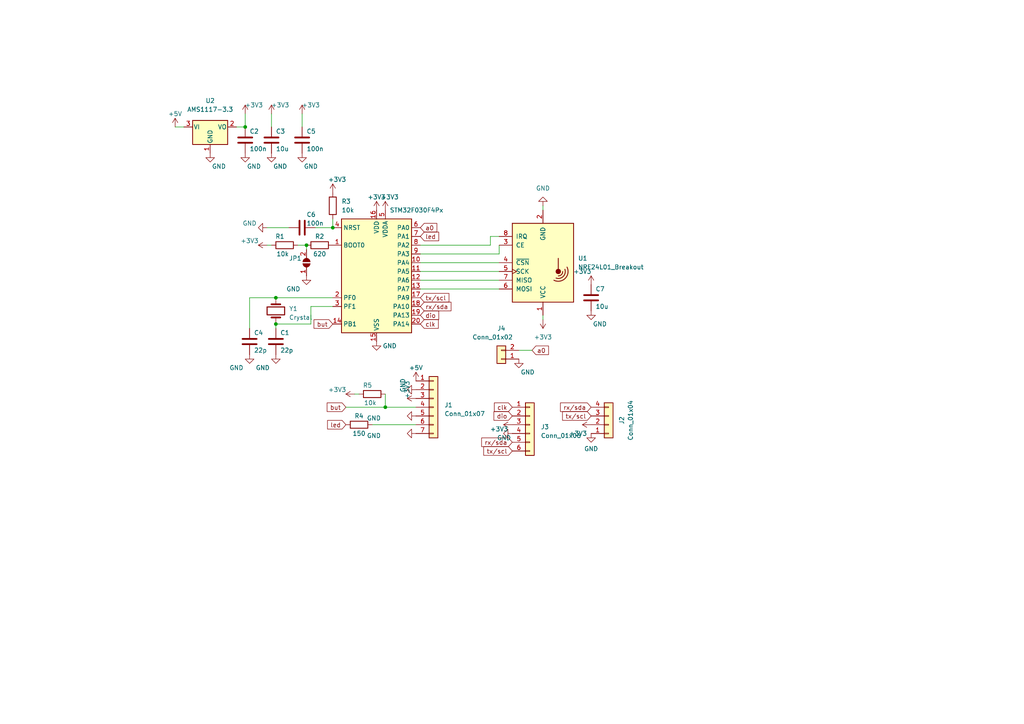
<source format=kicad_sch>
(kicad_sch (version 20230121) (generator eeschema)
  (paper "A4")
  (lib_symbols
    (symbol "Connector_Generic:Conn_01x02" (pin_names (offset 1.016) hide)
      (property "Reference" "J" (at 0 2.54 0))
      (property "Value" "Conn_01x02" (at 0 -5.08 0))
      (symbol "Conn_01x02_1_1"
        (rectangle (start -1.27 -2.413) (end 0 -2.667) (stroke (width 0.1524)))
        (rectangle (start -1.27 0.127) (end 0 -0.127) (stroke (width 0.1524)))
        (rectangle (start -1.27 1.27) (end 1.27 -3.81) (stroke (width 0.254)) (fill (type background)))
        (pin passive line (at -5.08 0 0) (length 3.81) (name "Pin_1") (number "1"))
        (pin passive line (at -5.08 -2.54 0) (length 3.81) (name "Pin_2") (number "2"))
      )
    )
    (symbol "Connector_Generic:Conn_01x04" (pin_names (offset 1.016) hide)
      (property "Reference" "J" (at 0 5.08 0))
      (property "Value" "Conn_01x04" (at 0 -7.62 0))
      (symbol "Conn_01x04_1_1"
        (rectangle (start -1.27 -4.953) (end 0 -5.207) (stroke (width 0.1524)))
        (rectangle (start -1.27 -2.413) (end 0 -2.667) (stroke (width 0.1524)))
        (rectangle (start -1.27 0.127) (end 0 -0.127) (stroke (width 0.1524)))
        (rectangle (start -1.27 2.667) (end 0 2.413) (stroke (width 0.1524)))
        (rectangle (start -1.27 3.81) (end 1.27 -6.35) (stroke (width 0.254)) (fill (type background)))
        (pin passive line (at -5.08 2.54 0) (length 3.81) (name "Pin_1") (number "1"))
        (pin passive line (at -5.08 0 0) (length 3.81) (name "Pin_2") (number "2"))
        (pin passive line (at -5.08 -2.54 0) (length 3.81) (name "Pin_3") (number "3"))
        (pin passive line (at -5.08 -5.08 0) (length 3.81) (name "Pin_4") (number "4"))
      )
    )
    (symbol "Connector_Generic:Conn_01x06" (pin_names (offset 1.016) hide)
      (property "Reference" "J" (at 0 7.62 0))
      (property "Value" "Conn_01x06" (at 0 -10.16 0))
      (symbol "Conn_01x06_1_1"
        (rectangle (start -1.27 -7.493) (end 0 -7.747) (stroke (width 0.1524)))
        (rectangle (start -1.27 -4.953) (end 0 -5.207) (stroke (width 0.1524)))
        (rectangle (start -1.27 -2.413) (end 0 -2.667) (stroke (width 0.1524)))
        (rectangle (start -1.27 0.127) (end 0 -0.127) (stroke (width 0.1524)))
        (rectangle (start -1.27 2.667) (end 0 2.413) (stroke (width 0.1524)))
        (rectangle (start -1.27 5.207) (end 0 4.953) (stroke (width 0.1524)))
        (rectangle (start -1.27 6.35) (end 1.27 -8.89) (stroke (width 0.254)) (fill (type background)))
        (pin passive line (at -5.08 5.08 0) (length 3.81) (name "Pin_1") (number "1"))
        (pin passive line (at -5.08 2.54 0) (length 3.81) (name "Pin_2") (number "2"))
        (pin passive line (at -5.08 0 0) (length 3.81) (name "Pin_3") (number "3"))
        (pin passive line (at -5.08 -2.54 0) (length 3.81) (name "Pin_4") (number "4"))
        (pin passive line (at -5.08 -5.08 0) (length 3.81) (name "Pin_5") (number "5"))
        (pin passive line (at -5.08 -7.62 0) (length 3.81) (name "Pin_6") (number "6"))
      )
    )
    (symbol "Connector_Generic:Conn_01x07" (pin_names (offset 1.016) hide)
      (property "Reference" "J" (at 0 10.16 0))
      (property "Value" "Conn_01x07" (at 0 -10.16 0))
      (symbol "Conn_01x07_1_1"
        (rectangle (start -1.27 -7.493) (end 0 -7.747) (stroke (width 0.1524)))
        (rectangle (start -1.27 -4.953) (end 0 -5.207) (stroke (width 0.1524)))
        (rectangle (start -1.27 -2.413) (end 0 -2.667) (stroke (width 0.1524)))
        (rectangle (start -1.27 0.127) (end 0 -0.127) (stroke (width 0.1524)))
        (rectangle (start -1.27 2.667) (end 0 2.413) (stroke (width 0.1524)))
        (rectangle (start -1.27 5.207) (end 0 4.953) (stroke (width 0.1524)))
        (rectangle (start -1.27 7.747) (end 0 7.493) (stroke (width 0.1524)))
        (rectangle (start -1.27 8.89) (end 1.27 -8.89) (stroke (width 0.254)) (fill (type background)))
        (pin passive line (at -5.08 7.62 0) (length 3.81) (name "Pin_1") (number "1"))
        (pin passive line (at -5.08 5.08 0) (length 3.81) (name "Pin_2") (number "2"))
        (pin passive line (at -5.08 2.54 0) (length 3.81) (name "Pin_3") (number "3"))
        (pin passive line (at -5.08 0 0) (length 3.81) (name "Pin_4") (number "4"))
        (pin passive line (at -5.08 -2.54 0) (length 3.81) (name "Pin_5") (number "5"))
        (pin passive line (at -5.08 -5.08 0) (length 3.81) (name "Pin_6") (number "6"))
        (pin passive line (at -5.08 -7.62 0) (length 3.81) (name "Pin_7") (number "7"))
      )
    )
    (symbol "Device:C" (pin_numbers hide) (pin_names (offset 0.254))
      (property "Reference" "C" (at 0.635 2.54 0))
      (property "Value" "C" (at 0.635 -2.54 0))
      (symbol "C_0_1"
        (polyline (pts (xy -2.032 -0.762) (xy 2.032 -0.762)) (stroke (width 0.508)))
        (polyline (pts (xy -2.032 0.762) (xy 2.032 0.762)) (stroke (width 0.508)))
      )
      (symbol "C_1_1"
        (pin passive line (at 0 3.81 270) (length 2.794) (name "~") (number "1"))
        (pin passive line (at 0 -3.81 90) (length 2.794) (name "~") (number "2"))
      )
    )
    (symbol "Device:Crystal" (pin_numbers hide) (pin_names (offset 1.016) hide)
      (property "Reference" "Y" (at 0 3.81 0))
      (property "Value" "Crystal" (at 0 -3.81 0))
      (symbol "Crystal_0_1"
        (rectangle (start -1.143 2.54) (end 1.143 -2.54) (stroke (width 0.3048)))
        (polyline (pts (xy -2.54 0) (xy -1.905 0)))
        (polyline (pts (xy -1.905 -1.27) (xy -1.905 1.27)) (stroke (width 0.508)))
        (polyline (pts (xy 1.905 -1.27) (xy 1.905 1.27)) (stroke (width 0.508)))
        (polyline (pts (xy 2.54 0) (xy 1.905 0)))
      )
      (symbol "Crystal_1_1"
        (pin passive line (at -3.81 0 0) (length 1.27) (name "1") (number "1"))
        (pin passive line (at 3.81 0 180) (length 1.27) (name "2") (number "2"))
      )
    )
    (symbol "Device:R" (pin_numbers hide) (pin_names (offset 0))
      (property "Reference" "R" (at 2.032 0 90))
      (property "Value" "R" (at 0 0 90))
      (symbol "R_0_1"
        (rectangle (start -1.016 -2.54) (end 1.016 2.54) (stroke (width 0.254)))
      )
      (symbol "R_1_1"
        (pin passive line (at 0 3.81 270) (length 1.27) (name "~") (number "1"))
        (pin passive line (at 0 -3.81 90) (length 1.27) (name "~") (number "2"))
      )
    )
    (symbol "Jumper:SolderJumper_2_Open" (pin_names (offset 0) hide)
      (property "Reference" "JP" (at 0 2.032 0))
      (property "Value" "SolderJumper_2_Open" (at 0 -2.54 0))
      (symbol "SolderJumper_2_Open_0_1"
        (arc (start -0.254 1.016) (mid -1.2656 0) (end -0.254 -1.016))
        (arc (start -0.254 1.016) (mid -1.2656 0) (end -0.254 -1.016) (fill (type outline)))
        (polyline (pts (xy -0.254 1.016) (xy -0.254 -1.016)))
        (polyline (pts (xy 0.254 1.016) (xy 0.254 -1.016)))
        (arc (start 0.254 -1.016) (mid 1.2656 0) (end 0.254 1.016))
        (arc (start 0.254 -1.016) (mid 1.2656 0) (end 0.254 1.016) (fill (type outline)))
      )
      (symbol "SolderJumper_2_Open_1_1"
        (pin passive line (at -3.81 0 0) (length 2.54) (name "A") (number "1"))
        (pin passive line (at 3.81 0 180) (length 2.54) (name "B") (number "2"))
      )
    )
    (symbol "MCU_ST_STM32F0:STM32F030F4Px"
      (property "Reference" "U" (at -10.16 16.51 0))
      (property "Value" "STM32F030F4Px" (at 5.08 16.51 0))
      (symbol "STM32F030F4Px_0_1"
        (rectangle (start -10.16 -17.78) (end 10.16 15.24) (stroke (width 0.254)) (fill (type background)))
      )
      (symbol "STM32F030F4Px_1_1"
        (pin input line (at -12.7 7.62 0) (length 2.54) (name "BOOT0") (number "1"))
        (pin bidirectional line (at 12.7 2.54 180) (length 2.54) (name "PA4") (number "10"))
        (pin bidirectional line (at 12.7 0 180) (length 2.54) (name "PA5") (number "11"))
        (pin bidirectional line (at 12.7 -2.54 180) (length 2.54) (name "PA6") (number "12"))
        (pin bidirectional line (at 12.7 -5.08 180) (length 2.54) (name "PA7") (number "13"))
        (pin bidirectional line (at -12.7 -15.24 0) (length 2.54) (name "PB1") (number "14"))
        (pin power_in line (at 0 -20.32 90) (length 2.54) (name "VSS") (number "15"))
        (pin power_in line (at 0 17.78 270) (length 2.54) (name "VDD") (number "16"))
        (pin bidirectional line (at 12.7 -7.62 180) (length 2.54) (name "PA9") (number "17"))
        (pin bidirectional line (at 12.7 -10.16 180) (length 2.54) (name "PA10") (number "18"))
        (pin bidirectional line (at 12.7 -12.7 180) (length 2.54) (name "PA13") (number "19"))
        (pin input line (at -12.7 -7.62 0) (length 2.54) (name "PF0") (number "2"))
        (pin bidirectional line (at 12.7 -15.24 180) (length 2.54) (name "PA14") (number "20"))
        (pin input line (at -12.7 -10.16 0) (length 2.54) (name "PF1") (number "3"))
        (pin input line (at -12.7 12.7 0) (length 2.54) (name "NRST") (number "4"))
        (pin power_in line (at 2.54 17.78 270) (length 2.54) (name "VDDA") (number "5"))
        (pin bidirectional line (at 12.7 12.7 180) (length 2.54) (name "PA0") (number "6"))
        (pin bidirectional line (at 12.7 10.16 180) (length 2.54) (name "PA1") (number "7"))
        (pin bidirectional line (at 12.7 7.62 180) (length 2.54) (name "PA2") (number "8"))
        (pin bidirectional line (at 12.7 5.08 180) (length 2.54) (name "PA3") (number "9"))
      )
    )
    (symbol "NRF24L01_Breakout_1" (pin_names (offset 1.016))
      (property "Reference" "U1" (at 10.16 -1.2701 0))
      (property "Value" "NRF24L01_Breakout" (at 10.16 1.2699 0))
      (symbol "NRF24L01_Breakout_1_0_1"
        (rectangle (start -8.89 11.43) (end 8.89 -11.43) (stroke (width 0.254)) (fill (type background)))
        (polyline (pts (xy 4.445 1.905) (xy 4.445 -1.27)) (stroke (width 0.254)))
        (circle (center 4.445 2.54) (radius 0.635) (stroke (width 0.254)) (fill (type outline)))
        (arc (start 5.715 2.54) (mid 5.3559 3.4509) (end 4.445 3.81) (stroke (width 0.254)))
        (arc (start 6.35 1.905) (mid 5.8833 3.9783) (end 3.81 4.445) (stroke (width 0.254)))
        (arc (start 6.985 1.27) (mid 6.453 4.548) (end 3.175 5.08) (stroke (width 0.254)))
      )
      (symbol "NRF24L01_Breakout_1_1_1"
        (pin power_in line (at 0 15.24 270) (length 3.81) (name "VCC") (number "1"))
        (pin power_in line (at 0 -15.24 90) (length 3.81) (name "GND") (number "2"))
        (pin input line (at -12.7 -5.08 0) (length 3.81) (name "CE") (number "3"))
        (pin input line (at -12.7 0 0) (length 3.81) (name "~{CSN}") (number "4"))
        (pin input clock (at -12.7 2.54 0) (length 3.81) (name "SCK") (number "5"))
        (pin input line (at -12.7 7.62 0) (length 3.81) (name "MOSI") (number "6"))
        (pin output line (at -12.7 5.08 0) (length 3.81) (name "MISO") (number "7"))
        (pin output line (at -12.7 -7.62 0) (length 3.81) (name "IRQ") (number "8"))
      )
    )
    (symbol "Regulator_Linear:AMS1117-3.3" (pin_names (offset 0.254))
      (property "Reference" "U" (at -3.81 3.175 0))
      (property "Value" "AMS1117-3.3" (at 0 3.175 0))
      (symbol "AMS1117-3.3_0_1"
        (rectangle (start -5.08 -5.08) (end 5.08 1.905) (stroke (width 0.254)) (fill (type background)))
      )
      (symbol "AMS1117-3.3_1_1"
        (pin power_in line (at 0 -7.62 90) (length 2.54) (name "GND") (number "1"))
        (pin power_out line (at 7.62 0 180) (length 2.54) (name "VO") (number "2"))
        (pin power_in line (at -7.62 0 0) (length 2.54) (name "VI") (number "3"))
      )
    )
    (symbol "power:+3.3V" (power) (pin_names (offset 0))
      (property "Value" "+3.3V" (at 0 3.556 0))
      (symbol "+3.3V_0_1"
        (polyline (pts (xy -0.762 1.27) (xy 0 2.54)))
        (polyline (pts (xy 0 0) (xy 0 2.54)))
        (polyline (pts (xy 0 2.54) (xy 0.762 1.27)))
      )
      (symbol "+3.3V_1_1"
        (pin power_in line (at 0 0 90) (length 0) hide (name "+3V3") (number "1"))
      )
    )
    (symbol "power:+5V" (power) (pin_names (offset 0))
      (property "Value" "+5V" (at 0 3.556 0))
      (symbol "+5V_0_1"
        (polyline (pts (xy -0.762 1.27) (xy 0 2.54)))
        (polyline (pts (xy 0 0) (xy 0 2.54)))
        (polyline (pts (xy 0 2.54) (xy 0.762 1.27)))
      )
      (symbol "+5V_1_1"
        (pin power_in line (at 0 0 90) (length 0) hide (name "+5V") (number "1"))
      )
    )
    (symbol "power:GND" (power) (pin_names (offset 0))
      (property "Value" "GND" (at 0 -3.81 0))
      (symbol "GND_0_1"
        (polyline (pts (xy 0 0) (xy 0 -1.27) (xy 1.27 -1.27) (xy 0 -2.54) (xy -1.27 -1.27) (xy 0 -1.27)))
      )
      (symbol "GND_1_1"
        (pin power_in line (at 0 0 270) (length 0) hide (name "GND") (number "1"))
      )
    )
  )
  (junction (at 111.76 118.11))
  (junction (at 71.12 36.83))
  (junction (at 96.52 66.04))
  (junction (at 80.01 93.98))
  (junction (at 88.9 71.12))
  (junction (at 80.01 86.36))
  (wire (pts (xy 90.17 88.9) (xy 90.17 93.98)))
  (wire (pts (xy 100.33 118.11) (xy 111.76 118.11)))
  (wire (pts (xy 68.58 36.83) (xy 71.12 36.83)))
  (wire (pts (xy 80.01 95.25) (xy 80.01 93.98)))
  (wire (pts (xy 142.24 68.58) (xy 144.78 68.58)))
  (wire (pts (xy 150.495 101.6) (xy 154.305 101.6)))
  (wire (pts (xy 111.76 114.3) (xy 111.76 118.11)))
  (wire (pts (xy 80.01 86.36) (xy 96.52 86.36)))
  (wire (pts (xy 121.92 83.82) (xy 144.78 83.82)))
  (wire (pts (xy 157.48 60.96) (xy 157.48 59.69)))
  (wire (pts (xy 80.01 93.98) (xy 90.17 93.98)))
  (wire (pts (xy 121.92 76.2) (xy 144.78 76.2)))
  (wire (pts (xy 111.76 118.11) (xy 120.65 118.11)))
  (wire (pts (xy 86.36 71.12) (xy 88.9 71.12)))
  (wire (pts (xy 121.92 78.74) (xy 144.78 78.74)))
  (wire (pts (xy 72.39 95.25) (xy 72.39 86.36)))
  (wire (pts (xy 121.92 73.66) (xy 144.78 73.66)))
  (wire (pts (xy 104.14 114.3) (xy 102.87 114.3)))
  (wire (pts (xy 50.8 36.83) (xy 53.34 36.83)))
  (wire (pts (xy 72.39 86.36) (xy 80.01 86.36)))
  (wire (pts (xy 87.63 36.83) (xy 87.63 33.02)))
  (wire (pts (xy 96.52 63.5) (xy 96.52 66.04)))
  (wire (pts (xy 121.92 81.28) (xy 144.78 81.28)))
  (wire (pts (xy 77.47 66.04) (xy 83.82 66.04)))
  (wire (pts (xy 96.52 88.9) (xy 90.17 88.9)))
  (wire (pts (xy 157.48 91.44) (xy 157.48 92.71)))
  (wire (pts (xy 144.78 73.66) (xy 144.78 71.12)))
  (wire (pts (xy 142.24 71.12) (xy 142.24 68.58)))
  (wire (pts (xy 121.92 71.12) (xy 142.24 71.12)))
  (wire (pts (xy 91.44 66.04) (xy 96.52 66.04)))
  (wire (pts (xy 78.74 71.12) (xy 77.47 71.12)))
  (wire (pts (xy 71.12 36.83) (xy 71.12 33.02)))
  (wire (pts (xy 88.9 72.39) (xy 88.9 71.12)))
  (wire (pts (xy 107.95 123.19) (xy 120.65 123.19)))
  (wire (pts (xy 78.74 36.83) (xy 78.74 33.02)))
  (global_label "clk" (shape input) (at 121.92 93.98 0) (property "Intersheetrefs" "${INTERSHEET_REFS}" (effects hide)))
  (global_label "but" (shape input) (at 96.52 93.98 180) (property "Intersheetrefs" "${INTERSHEET_REFS}" (effects hide)))
  (global_label "tx{slash}scl" (shape input) (at 171.45 120.65 180) (property "Intersheetrefs" "${INTERSHEET_REFS}" (effects hide)))
  (global_label "clk" (shape input) (at 148.59 118.11 180) (property "Intersheetrefs" "${INTERSHEET_REFS}" (effects hide)))
  (global_label "led" (shape input) (at 100.33 123.19 180) (property "Intersheetrefs" "${INTERSHEET_REFS}" (effects hide)))
  (global_label "tx{slash}scl" (shape input) (at 148.59 130.81 180) (property "Intersheetrefs" "${INTERSHEET_REFS}" (effects hide)))
  (global_label "dio" (shape input) (at 121.92 91.44 0) (property "Intersheetrefs" "${INTERSHEET_REFS}" (effects hide)))
  (global_label "rx{slash}sda" (shape input) (at 121.92 88.9 0) (property "Intersheetrefs" "${INTERSHEET_REFS}" (effects hide)))
  (global_label "a0" (shape input) (at 121.92 66.04 0) (property "Intersheetrefs" "${INTERSHEET_REFS}" (effects hide)))
  (global_label "led" (shape input) (at 121.92 68.58 0) (property "Intersheetrefs" "${INTERSHEET_REFS}" (effects hide)))
  (global_label "dio" (shape input) (at 148.59 120.65 180) (property "Intersheetrefs" "${INTERSHEET_REFS}" (effects hide)))
  (global_label "but" (shape input) (at 100.33 118.11 180) (property "Intersheetrefs" "${INTERSHEET_REFS}" (effects hide)))
  (global_label "rx{slash}sda" (shape input) (at 171.45 118.11 180) (property "Intersheetrefs" "${INTERSHEET_REFS}" (effects hide)))
  (global_label "a0" (shape input) (at 154.305 101.6 0) (property "Intersheetrefs" "${INTERSHEET_REFS}" (effects hide)))
  (global_label "rx{slash}sda" (shape input) (at 148.59 128.27 180) (property "Intersheetrefs" "${INTERSHEET_REFS}" (effects hide)))
  (global_label "tx{slash}scl" (shape input) (at 121.92 86.36 0) (property "Intersheetrefs" "${INTERSHEET_REFS}" (effects hide)))
  (symbol (lib_id "power:+3.3V") (at 96.52 55.88 0) (unit 1)
    (property "Reference" "#PWR015" (effects hide))
    (property "Value" "+3.3V" (at 97.79 52.07 0))
  )
  (symbol (lib_id "power:+3.3V") (at 111.76 60.96 0) (unit 1)
    (property "Reference" "#PWR018" (effects hide))
    (property "Value" "+3.3V" (at 113.03 57.15 0))
  )
  (symbol (lib_id "Device:C") (at 87.63 40.64 0) (unit 1)
    (property "Reference" "C5" (at 88.9 38.1 0) (effects (justify left)))
    (property "Value" "100n" (at 88.9 43.18 0) (effects (justify left)))
    (property "Footprint" "Capacitor_SMD:C_0805_2012Metric_Pad1.18x1.45mm_HandSolder" (effects hide))
  )
  (symbol (lib_name "NRF24L01_Breakout_1") (lib_id "RF:NRF24L01_Breakout") (at 157.48 76.2 0) (mirror x) (unit 1)
    (property "Reference" "U1" (at 167.64 74.9299 0) (effects (justify left)))
    (property "Value" "NRF24L01_Breakout" (at 167.64 77.4699 0) (effects (justify left)))
    (property "Footprint" "Keyplus_nordic:NRF24L01-Module-SMD" (effects hide))
    (property "Datasheet" "http://www.nordicsemi.com/eng/content/download/2730/34105/file/nRF24L01_Product_Specification_v2_0.pdf" (effects hide))
  )
  (symbol (lib_id "power:+3.3V") (at 120.65 115.57 90) (unit 1)
    (property "Reference" "#PWR030" (effects hide))
    (property "Value" "+3.3V" (at 118.11 113.03 0))
  )
  (symbol (lib_id "power:+3.3V") (at 157.48 92.71 0) (mirror x) (unit 1)
    (property "Reference" "#PWR025" (effects hide))
    (property "Value" "+3.3V" (at 157.48 97.79 0))
  )
  (symbol (lib_id "power:GND") (at 80.01 102.87 0) (unit 1)
    (property "Reference" "#PWR03" (effects hide))
    (property "Value" "GND" (at 76.2 106.68 0))
  )
  (symbol (lib_id "Connector_Generic:Conn_01x06") (at 153.67 123.19 0) (unit 1)
    (property "Reference" "J3" (at 156.845 123.825 0) (effects (justify left)))
    (property "Value" "Conn_01x06" (at 156.845 126.365 0) (effects (justify left)))
    (property "Footprint" "Connector_PinHeader_2.54mm:PinHeader_1x06_P2.54mm_Vertical" (effects hide))
  )
  (symbol (lib_id "power:+5V") (at 50.8 36.83 0) (unit 1)
    (property "Reference" "#PWR026" (effects hide))
    (property "Value" "+5V" (at 50.8 33.02 0))
  )
  (symbol (lib_id "power:+3.3V") (at 109.22 60.96 0) (unit 1)
    (property "Reference" "#PWR016" (effects hide))
    (property "Value" "+3.3V" (at 109.22 57.15 0))
  )
  (symbol (lib_id "power:+3.3V") (at 171.45 82.55 0) (unit 1)
    (property "Reference" "#PWR028" (effects hide))
    (property "Value" "+3.3V" (at 168.91 78.74 0))
  )
  (symbol (lib_id "power:GND") (at 77.47 66.04 270) (unit 1)
    (property "Reference" "#PWR06" (effects hide))
    (property "Value" "GND" (at 72.39 64.77 90))
  )
  (symbol (lib_id "power:+3.3V") (at 102.87 114.3 90) (unit 1)
    (property "Reference" "#PWR022" (effects hide))
    (property "Value" "+3.3V" (at 97.79 113.03 90))
  )
  (symbol (lib_id "MCU_ST_STM32F0:STM32F030F4Px") (at 109.22 78.74 0) (unit 1)
    (property "Reference" "U3" (effects hide))
    (property "Value" "STM32F030F4Px" (at 113.03 60.96 0) (effects (justify left)))
    (property "Footprint" "Package_SO:TSSOP-20_4.4x6.5mm_P0.65mm" (effects hide))
    (property "Datasheet" "http://www.st.com/st-web-ui/static/active/en/resource/technical/document/datasheet/DM00088500.pdf" (effects hide))
  )
  (symbol (lib_id "power:GND") (at 88.9 80.01 0) (unit 1)
    (property "Reference" "#PWR014" (effects hide))
    (property "Value" "GND" (at 85.09 83.82 0))
  )
  (symbol (lib_id "power:GND") (at 78.74 44.45 0) (unit 1)
    (property "Reference" "#PWR09" (effects hide))
    (property "Value" "GND" (at 81.28 48.26 0))
  )
  (symbol (lib_id "power:GND") (at 87.63 44.45 0) (unit 1)
    (property "Reference" "#PWR013" (effects hide))
    (property "Value" "GND" (at 90.17 48.26 0))
  )
  (symbol (lib_id "Device:Crystal") (at 80.01 90.17 90) (unit 1)
    (property "Reference" "Y1" (at 83.82 89.535 90) (effects (justify right)))
    (property "Value" "Crystal" (at 83.82 92.075 90) (effects (justify right)))
    (property "Footprint" "Crystal:Crystal_HC49-U_Vertical" (effects hide))
  )
  (symbol (lib_id "Device:C") (at 72.39 99.06 0) (unit 1)
    (property "Reference" "C4" (at 73.66 96.52 0) (effects (justify left)))
    (property "Value" "22p" (at 73.66 101.6 0) (effects (justify left)))
    (property "Footprint" "Capacitor_SMD:C_0805_2012Metric_Pad1.18x1.45mm_HandSolder" (effects hide))
  )
  (symbol (lib_id "power:GND") (at 148.59 125.73 270) (unit 1)
    (property "Reference" "#PWR049" (effects hide))
    (property "Value" "GND" (at 144.145 127 90) (effects (justify left)))
  )
  (symbol (lib_id "power:GND") (at 72.39 102.87 0) (unit 1)
    (property "Reference" "#PWR010" (effects hide))
    (property "Value" "GND" (at 68.58 106.68 0))
  )
  (symbol (lib_id "power:+3.3V") (at 171.45 123.19 90) (unit 1)
    (property "Reference" "#PWR011" (effects hide))
    (property "Value" "+3.3V" (at 167.64 125.73 90))
  )
  (symbol (lib_id "power:GND") (at 60.96 44.45 0) (unit 1)
    (property "Reference" "#PWR02" (effects hide))
    (property "Value" "GND" (at 63.5 48.26 0))
  )
  (symbol (lib_id "power:+3.3V") (at 148.59 123.19 90) (unit 1)
    (property "Reference" "#PWR048" (effects hide))
    (property "Value" "+3.3V" (at 144.78 124.46 90))
  )
  (symbol (lib_id "Device:R") (at 92.71 71.12 90) (unit 1)
    (property "Reference" "R2" (at 92.71 68.58 90))
    (property "Value" "620" (at 92.71 73.66 90))
    (property "Footprint" "Resistor_SMD:R_0805_2012Metric_Pad1.20x1.40mm_HandSolder" (effects hide))
  )
  (symbol (lib_id "power:+3.3V") (at 78.74 33.02 0) (unit 1)
    (property "Reference" "#PWR08" (effects hide))
    (property "Value" "+3.3V" (at 81.28 30.48 0))
  )
  (symbol (lib_id "Device:C") (at 171.45 86.36 0) (unit 1)
    (property "Reference" "C7" (at 172.72 83.82 0) (effects (justify left)))
    (property "Value" "10u" (at 172.72 88.9 0) (effects (justify left)))
    (property "Footprint" "Capacitor_SMD:C_0805_2012Metric_Pad1.18x1.45mm_HandSolder" (effects hide))
  )
  (symbol (lib_id "power:GND") (at 171.45 125.73 0) (unit 1)
    (property "Reference" "#PWR019" (effects hide))
    (property "Value" "GND" (at 171.45 130.175 0))
  )
  (symbol (lib_id "power:+3.3V") (at 87.63 33.02 0) (unit 1)
    (property "Reference" "#PWR012" (effects hide))
    (property "Value" "+3.3V" (at 90.17 30.48 0))
  )
  (symbol (lib_id "power:GND") (at 109.22 99.06 0) (unit 1)
    (property "Reference" "#PWR017" (effects hide))
    (property "Value" "GND" (at 113.03 100.33 0))
  )
  (symbol (lib_id "Device:C") (at 87.63 66.04 270) (unit 1)
    (property "Reference" "C6" (at 88.9 62.23 90) (effects (justify left)))
    (property "Value" "100n" (at 88.9 64.77 90) (effects (justify left)))
    (property "Footprint" "Capacitor_SMD:C_0805_2012Metric_Pad1.18x1.45mm_HandSolder" (effects hide))
  )
  (symbol (lib_id "Connector_Generic:Conn_01x04") (at 176.53 123.19 0) (mirror x) (unit 1)
    (property "Reference" "J2" (at 180.34 121.92 90))
    (property "Value" "Conn_01x04" (at 182.88 121.92 90))
    (property "Footprint" "Connector_PinHeader_2.54mm:PinHeader_1x04_P2.54mm_Vertical" (effects hide))
  )
  (symbol (lib_id "Device:C") (at 78.74 40.64 0) (unit 1)
    (property "Reference" "C3" (at 80.01 38.1 0) (effects (justify left)))
    (property "Value" "10u" (at 80.01 43.18 0) (effects (justify left)))
    (property "Footprint" "Capacitor_SMD:C_0805_2012Metric_Pad1.18x1.45mm_HandSolder" (effects hide))
  )
  (symbol (lib_id "Regulator_Linear:AMS1117-3.3") (at 60.96 36.83 0) (unit 1)
    (property "Reference" "U2" (at 60.96 29.21 0))
    (property "Value" "AMS1117-3.3" (at 60.96 31.75 0))
    (property "Footprint" "Package_TO_SOT_SMD:SOT-223-3_TabPin2" (effects hide))
    (property "Datasheet" "http://www.advanced-monolithic.com/pdf/ds1117.pdf" (effects hide))
  )
  (symbol (lib_id "power:GND") (at 120.65 113.03 270) (unit 1)
    (property "Reference" "#PWR027" (effects hide))
    (property "Value" "GND" (at 116.84 111.76 0))
  )
  (symbol (lib_id "power:GND") (at 71.12 44.45 0) (unit 1)
    (property "Reference" "#PWR05" (effects hide))
    (property "Value" "GND" (at 73.66 48.26 0))
  )
  (symbol (lib_id "power:GND") (at 120.65 125.73 270) (unit 1)
    (property "Reference" "#PWR020" (effects hide))
    (property "Value" "GND" (at 110.49 126.365 90) (effects (justify right)))
  )
  (symbol (lib_id "Device:C") (at 80.01 99.06 0) (unit 1)
    (property "Reference" "C1" (at 81.28 96.52 0) (effects (justify left)))
    (property "Value" "22p" (at 81.28 101.6 0) (effects (justify left)))
    (property "Footprint" "Capacitor_SMD:C_0805_2012Metric_Pad1.18x1.45mm_HandSolder" (effects hide))
  )
  (symbol (lib_id "Device:R") (at 82.55 71.12 90) (unit 1)
    (property "Reference" "R1" (at 82.55 68.58 90) (effects (justify left)))
    (property "Value" "10k" (at 83.82 73.66 90) (effects (justify left)))
    (property "Footprint" "Resistor_SMD:R_0805_2012Metric_Pad1.20x1.40mm_HandSolder" (effects hide))
  )
  (symbol (lib_id "power:GND") (at 150.495 104.14 0) (unit 1)
    (property "Reference" "#PWR023" (effects hide))
    (property "Value" "GND" (at 153.035 107.95 0))
  )
  (symbol (lib_id "Jumper:SolderJumper_2_Open") (at 88.9 76.2 90) (unit 1)
    (property "Reference" "JP1" (at 83.82 74.93 90) (effects (justify right)))
    (property "Value" "SolderJumper_2_Open" (effects hide))
    (property "Footprint" "Jumper:SolderJumper-2_P1.3mm_Open_TrianglePad1.0x1.5mm" (effects hide))
  )
  (symbol (lib_id "power:GND") (at 120.65 120.65 270) (unit 1)
    (property "Reference" "#PWR021" (effects hide))
    (property "Value" "GND" (at 110.49 121.285 90) (effects (justify right)))
  )
  (symbol (lib_id "Device:C") (at 71.12 40.64 0) (unit 1)
    (property "Reference" "C2" (at 72.39 38.1 0) (effects (justify left)))
    (property "Value" "100n" (at 72.39 43.18 0) (effects (justify left)))
    (property "Footprint" "Capacitor_SMD:C_0805_2012Metric_Pad1.18x1.45mm_HandSolder" (effects hide))
  )
  (symbol (lib_id "power:+5V") (at 120.65 110.49 0) (unit 1)
    (property "Reference" "#PWR01" (effects hide))
    (property "Value" "+5V" (at 120.65 106.68 0))
  )
  (symbol (lib_id "power:GND") (at 171.45 90.17 0) (unit 1)
    (property "Reference" "#PWR029" (effects hide))
    (property "Value" "GND" (at 173.99 93.98 0))
  )
  (symbol (lib_id "Device:R") (at 96.52 59.69 0) (unit 1)
    (property "Reference" "R3" (at 99.06 58.4199 0) (effects (justify left)))
    (property "Value" "10k" (at 99.06 60.9599 0) (effects (justify left)))
    (property "Footprint" "Resistor_SMD:R_0805_2012Metric_Pad1.20x1.40mm_HandSolder" (effects hide))
  )
  (symbol (lib_id "power:+3.3V") (at 71.12 33.02 0) (unit 1)
    (property "Reference" "#PWR04" (effects hide))
    (property "Value" "+3.3V" (at 73.66 30.48 0))
  )
  (symbol (lib_id "Connector_Generic:Conn_01x02") (at 145.415 104.14 180) (unit 1)
    (property "Reference" "J4" (at 145.415 95.25 0))
    (property "Value" "Conn_01x02" (at 142.875 97.79 0))
    (property "Footprint" "Connector_PinHeader_2.54mm:PinHeader_1x02_P2.54mm_Vertical" (effects hide))
  )
  (symbol (lib_id "power:+3.3V") (at 77.47 71.12 90) (unit 1)
    (property "Reference" "#PWR07" (effects hide))
    (property "Value" "+3.3V" (at 72.39 69.85 90))
  )
  (symbol (lib_id "Device:R") (at 107.95 114.3 90) (unit 1)
    (property "Reference" "R5" (at 107.95 111.76 90) (effects (justify left)))
    (property "Value" "10k" (at 109.22 116.84 90) (effects (justify left)))
    (property "Footprint" "Resistor_SMD:R_0805_2012Metric_Pad1.20x1.40mm_HandSolder" (effects hide))
  )
  (symbol (lib_id "Connector_Generic:Conn_01x07") (at 125.73 118.11 0) (unit 1)
    (property "Reference" "J1" (at 128.905 117.475 0) (effects (justify left)))
    (property "Value" "Conn_01x07" (at 128.905 120.015 0) (effects (justify left)))
    (property "Footprint" "Connector_PinHeader_2.54mm:PinHeader_1x07_P2.54mm_Vertical" (effects hide))
  )
  (symbol (lib_id "Device:R") (at 104.14 123.19 90) (unit 1)
    (property "Reference" "R4" (at 104.14 120.65 90))
    (property "Value" "150" (at 104.14 125.73 90))
    (property "Footprint" "Resistor_SMD:R_0805_2012Metric_Pad1.20x1.40mm_HandSolder" (effects hide))
  )
  (symbol (lib_id "power:GND") (at 157.48 59.69 0) (mirror x) (unit 1)
    (property "Reference" "#PWR024" (effects hide))
    (property "Value" "GND" (at 157.48 54.61 0))
  )
)
</source>
